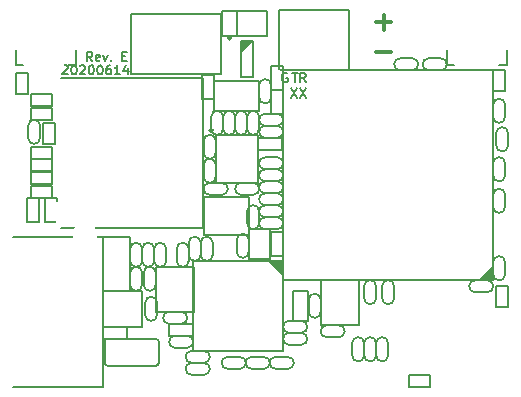
<source format=gbr>
G04 #@! TF.GenerationSoftware,KiCad,Pcbnew,5.1.5+dfsg1-2build2*
G04 #@! TF.CreationDate,2020-11-28T22:40:57+01:00*
G04 #@! TF.ProjectId,FunKey,46756e4b-6579-42e6-9b69-6361645f7063,E*
G04 #@! TF.SameCoordinates,Original*
G04 #@! TF.FileFunction,Legend,Top*
G04 #@! TF.FilePolarity,Positive*
%FSLAX46Y46*%
G04 Gerber Fmt 4.6, Leading zero omitted, Abs format (unit mm)*
G04 Created by KiCad (PCBNEW 5.1.5+dfsg1-2build2) date 2020-11-28 22:40:57*
%MOMM*%
%LPD*%
G04 APERTURE LIST*
%ADD10C,0.162560*%
%ADD11C,0.304800*%
%ADD12C,0.127000*%
%ADD13C,0.254000*%
%ADD14C,1.100000*%
%ADD15R,1.901600X1.301600*%
%ADD16R,1.651600X0.701600*%
%ADD17C,0.711200*%
%ADD18R,0.349100X1.701600*%
%ADD19R,1.701600X0.349100*%
%ADD20R,1.501600X0.801600*%
%ADD21R,0.481600X1.201600*%
%ADD22R,0.331600X0.731600*%
%ADD23R,0.751600X0.801600*%
%ADD24R,0.901600X1.451600*%
%ADD25R,0.951600X2.101600*%
%ADD26R,1.301600X0.756600*%
%ADD27R,1.151600X1.501600*%
%ADD28R,1.151600X1.176600*%
%ADD29R,1.301600X0.826600*%
%ADD30R,1.601600X1.876600*%
%ADD31R,1.601600X1.826600*%
%ADD32R,1.251600X1.156600*%
%ADD33R,1.451600X0.751600*%
%ADD34R,1.451600X0.851600*%
%ADD35R,2.801600X1.101600*%
%ADD36R,1.101600X2.801600*%
%ADD37R,1.101600X0.301600*%
%ADD38R,0.301600X1.101600*%
%ADD39O,2.401600X1.501600*%
%ADD40R,1.251600X0.501600*%
%ADD41R,1.201600X0.701600*%
%ADD42C,1.066800*%
%ADD43R,1.066800X1.066800*%
%ADD44R,1.244600X1.879600*%
%ADD45R,0.701600X0.801600*%
%ADD46R,1.101600X0.801600*%
%ADD47R,1.901600X1.501600*%
%ADD48R,1.371600X1.498600*%
%ADD49R,0.990600X0.736600*%
%ADD50R,0.651600X0.701600*%
%ADD51R,0.701600X0.651600*%
%ADD52R,0.609600X0.609600*%
%ADD53C,1.117600*%
G04 APERTURE END LIST*
D10*
X82899745Y-48482310D02*
X82642359Y-48114615D01*
X82458511Y-48482310D02*
X82458511Y-47710150D01*
X82752667Y-47710150D01*
X82826206Y-47746920D01*
X82862976Y-47783689D01*
X82899745Y-47857228D01*
X82899745Y-47967537D01*
X82862976Y-48041076D01*
X82826206Y-48077845D01*
X82752667Y-48114615D01*
X82458511Y-48114615D01*
X83524827Y-48445540D02*
X83451288Y-48482310D01*
X83304210Y-48482310D01*
X83230671Y-48445540D01*
X83193902Y-48372001D01*
X83193902Y-48077845D01*
X83230671Y-48004306D01*
X83304210Y-47967537D01*
X83451288Y-47967537D01*
X83524827Y-48004306D01*
X83561597Y-48077845D01*
X83561597Y-48151384D01*
X83193902Y-48224923D01*
X83818984Y-47967537D02*
X84002831Y-48482310D01*
X84186679Y-47967537D01*
X84480835Y-48408771D02*
X84517604Y-48445540D01*
X84480835Y-48482310D01*
X84444065Y-48445540D01*
X84480835Y-48408771D01*
X84480835Y-48482310D01*
X80389742Y-48926689D02*
X80426511Y-48889920D01*
X80500050Y-48853150D01*
X80683898Y-48853150D01*
X80757437Y-48889920D01*
X80794206Y-48926689D01*
X80830976Y-49000228D01*
X80830976Y-49073767D01*
X80794206Y-49184076D01*
X80352972Y-49625310D01*
X80830976Y-49625310D01*
X81308980Y-48853150D02*
X81382519Y-48853150D01*
X81456058Y-48889920D01*
X81492827Y-48926689D01*
X81529597Y-49000228D01*
X81566366Y-49147306D01*
X81566366Y-49331154D01*
X81529597Y-49478232D01*
X81492827Y-49551771D01*
X81456058Y-49588540D01*
X81382519Y-49625310D01*
X81308980Y-49625310D01*
X81235441Y-49588540D01*
X81198671Y-49551771D01*
X81161902Y-49478232D01*
X81125132Y-49331154D01*
X81125132Y-49147306D01*
X81161902Y-49000228D01*
X81198671Y-48926689D01*
X81235441Y-48889920D01*
X81308980Y-48853150D01*
X81860523Y-48926689D02*
X81897292Y-48889920D01*
X81970831Y-48853150D01*
X82154679Y-48853150D01*
X82228218Y-48889920D01*
X82264987Y-48926689D01*
X82301757Y-49000228D01*
X82301757Y-49073767D01*
X82264987Y-49184076D01*
X81823753Y-49625310D01*
X82301757Y-49625310D01*
X82779761Y-48853150D02*
X82853300Y-48853150D01*
X82926839Y-48889920D01*
X82963608Y-48926689D01*
X83000378Y-49000228D01*
X83037147Y-49147306D01*
X83037147Y-49331154D01*
X83000378Y-49478232D01*
X82963608Y-49551771D01*
X82926839Y-49588540D01*
X82853300Y-49625310D01*
X82779761Y-49625310D01*
X82706222Y-49588540D01*
X82669452Y-49551771D01*
X82632683Y-49478232D01*
X82595913Y-49331154D01*
X82595913Y-49147306D01*
X82632683Y-49000228D01*
X82669452Y-48926689D01*
X82706222Y-48889920D01*
X82779761Y-48853150D01*
X83515151Y-48853150D02*
X83588690Y-48853150D01*
X83662229Y-48889920D01*
X83698999Y-48926689D01*
X83735768Y-49000228D01*
X83772538Y-49147306D01*
X83772538Y-49331154D01*
X83735768Y-49478232D01*
X83698999Y-49551771D01*
X83662229Y-49588540D01*
X83588690Y-49625310D01*
X83515151Y-49625310D01*
X83441612Y-49588540D01*
X83404843Y-49551771D01*
X83368073Y-49478232D01*
X83331304Y-49331154D01*
X83331304Y-49147306D01*
X83368073Y-49000228D01*
X83404843Y-48926689D01*
X83441612Y-48889920D01*
X83515151Y-48853150D01*
X84434389Y-48853150D02*
X84287311Y-48853150D01*
X84213772Y-48889920D01*
X84177003Y-48926689D01*
X84103464Y-49036998D01*
X84066694Y-49184076D01*
X84066694Y-49478232D01*
X84103464Y-49551771D01*
X84140233Y-49588540D01*
X84213772Y-49625310D01*
X84360850Y-49625310D01*
X84434389Y-49588540D01*
X84471159Y-49551771D01*
X84507928Y-49478232D01*
X84507928Y-49294384D01*
X84471159Y-49220845D01*
X84434389Y-49184076D01*
X84360850Y-49147306D01*
X84213772Y-49147306D01*
X84140233Y-49184076D01*
X84103464Y-49220845D01*
X84066694Y-49294384D01*
X85243319Y-49625310D02*
X84802084Y-49625310D01*
X85022702Y-49625310D02*
X85022702Y-48853150D01*
X84949163Y-48963459D01*
X84875624Y-49036998D01*
X84802084Y-49073767D01*
X85905170Y-49110537D02*
X85905170Y-49625310D01*
X85721323Y-48816380D02*
X85537475Y-49367923D01*
X86015479Y-49367923D01*
X85439511Y-48077845D02*
X85696898Y-48077845D01*
X85807206Y-48482310D02*
X85439511Y-48482310D01*
X85439511Y-47710150D01*
X85807206Y-47710150D01*
X100966257Y-50265390D02*
X100708871Y-49897695D01*
X100525023Y-50265390D02*
X100525023Y-49493230D01*
X100819179Y-49493230D01*
X100892718Y-49530000D01*
X100929488Y-49566769D01*
X100966257Y-49640308D01*
X100966257Y-49750617D01*
X100929488Y-49824156D01*
X100892718Y-49860925D01*
X100819179Y-49897695D01*
X100525023Y-49897695D01*
X100488254Y-50814030D02*
X101003027Y-51586190D01*
X101003027Y-50814030D02*
X100488254Y-51586190D01*
X99836562Y-49493230D02*
X100277796Y-49493230D01*
X100057179Y-50265390D02*
X100057179Y-49493230D01*
X99726254Y-50814030D02*
X100241027Y-51586190D01*
X100241027Y-50814030D02*
X99726254Y-51586190D01*
X99405488Y-49530000D02*
X99331949Y-49493230D01*
X99221640Y-49493230D01*
X99111332Y-49530000D01*
X99037793Y-49603539D01*
X99001023Y-49677078D01*
X98964254Y-49824156D01*
X98964254Y-49934464D01*
X99001023Y-50081542D01*
X99037793Y-50155081D01*
X99111332Y-50228620D01*
X99221640Y-50265390D01*
X99295179Y-50265390D01*
X99405488Y-50228620D01*
X99442257Y-50191851D01*
X99442257Y-49934464D01*
X99295179Y-49934464D01*
D11*
X108204000Y-45212000D02*
X106934000Y-45212000D01*
X108204000Y-47752000D02*
X106934000Y-47752000D01*
X107569000Y-45847000D02*
X107569000Y-44577000D01*
D12*
X98679000Y-44196000D02*
X104648000Y-44196000D01*
X98679000Y-49276000D02*
X98679000Y-44196000D01*
X104648000Y-49276000D02*
X98679000Y-49276000D01*
X104648000Y-44196000D02*
X104648000Y-49276000D01*
G36*
X116840000Y-67056000D02*
G01*
X115570000Y-67056000D01*
X116840000Y-65786000D01*
X116840000Y-67056000D01*
G37*
X116840000Y-67056000D02*
X116840000Y-49276000D01*
X99060000Y-67056000D02*
X116840000Y-67056000D01*
X99060000Y-49276000D02*
X99060000Y-67056000D01*
X116840000Y-49276000D02*
X99060000Y-49276000D01*
X96139000Y-62738000D02*
X97917000Y-62738000D01*
X96139000Y-65278000D02*
X96139000Y-62738000D01*
X97917000Y-65278000D02*
X96139000Y-65278000D01*
X97917000Y-62738000D02*
X97917000Y-65278000D01*
X93802200Y-49631600D02*
X86182200Y-49631600D01*
X93802200Y-44551600D02*
X93802200Y-49631600D01*
X86182200Y-44551600D02*
X93802200Y-44551600D01*
X86182200Y-49631600D02*
X86182200Y-44551600D01*
X112910000Y-48820000D02*
X112910000Y-47550000D01*
X113545000Y-48820000D02*
X112910000Y-48820000D01*
X117990000Y-48820000D02*
X117990000Y-47550000D01*
X117355000Y-48820000D02*
X117990000Y-48820000D01*
X76410000Y-48820000D02*
X76410000Y-47550000D01*
X77045000Y-48820000D02*
X76410000Y-48820000D01*
X81490000Y-48820000D02*
X81490000Y-47550000D01*
X80855000Y-48820000D02*
X81490000Y-48820000D01*
X97028000Y-50165000D02*
X97028000Y-52705000D01*
X93218000Y-50165000D02*
X97028000Y-50165000D01*
X93218000Y-52705000D02*
X93218000Y-50165000D01*
X97028000Y-52705000D02*
X93218000Y-52705000D01*
X92303600Y-62611000D02*
X80238600Y-62611000D01*
X92303600Y-49911000D02*
X92303600Y-62611000D01*
X80238600Y-49911000D02*
X92303600Y-49911000D01*
X102298500Y-67056000D02*
X105473500Y-67056000D01*
X102298500Y-70866000D02*
X102298500Y-67056000D01*
X105473500Y-70866000D02*
X102298500Y-70866000D01*
X105473500Y-67056000D02*
X105473500Y-70866000D01*
X96139000Y-60007500D02*
X96139000Y-63182500D01*
X92329000Y-60007500D02*
X96139000Y-60007500D01*
X92329000Y-63182500D02*
X92329000Y-60007500D01*
X96139000Y-63182500D02*
X92329000Y-63182500D01*
X91503500Y-69723000D02*
X88328500Y-69723000D01*
X91503500Y-65913000D02*
X91503500Y-69723000D01*
X88328500Y-65913000D02*
X91503500Y-65913000D01*
X88328500Y-69723000D02*
X88328500Y-65913000D01*
G36*
X99060000Y-65405000D02*
G01*
X97790000Y-65405000D01*
X99060000Y-66675000D01*
X99060000Y-65405000D01*
G37*
X91440000Y-65405000D02*
X99060000Y-65405000D01*
X91440000Y-73025000D02*
X91440000Y-65405000D01*
X99060000Y-73025000D02*
X91440000Y-73025000D01*
X99060000Y-65405000D02*
X99060000Y-73025000D01*
X83820000Y-63373000D02*
X76200000Y-63373000D01*
X83820000Y-76073000D02*
X83820000Y-63373000D01*
X76200000Y-76073000D02*
X83820000Y-76073000D01*
D13*
X94640400Y-46507400D02*
G75*
G03X94640400Y-46507400I-127000J0D01*
G01*
D12*
G36*
X95529400Y-46761400D02*
G01*
X95529400Y-47904400D01*
X96545400Y-46761400D01*
X95529400Y-46761400D01*
G37*
X96545400Y-46761400D02*
X95529400Y-46761400D01*
X96545400Y-49809400D02*
X96545400Y-46761400D01*
X95529400Y-49809400D02*
X96545400Y-49809400D01*
X95529400Y-46761400D02*
X95529400Y-49809400D01*
X95123000Y-44272200D02*
X95123000Y-46409000D01*
X93853000Y-46409000D02*
X93853000Y-44269000D01*
X95123000Y-46409000D02*
X93853000Y-46409000D01*
X97663000Y-46409000D02*
X95123000Y-46409000D01*
X97663000Y-44272200D02*
X97663000Y-46409000D01*
X95123000Y-44272200D02*
X97663000Y-44272200D01*
X93853000Y-44269000D02*
X95123000Y-44272200D01*
X88265000Y-72009000D02*
X84201000Y-72009000D01*
X88265000Y-72009000D02*
G75*
G02X88519000Y-72263000I0J-254000D01*
G01*
X88519000Y-74041000D02*
X88519000Y-72263000D01*
X88519000Y-74041000D02*
G75*
G02X88265000Y-74295000I-254000J0D01*
G01*
X84201000Y-74295000D02*
X88265000Y-74295000D01*
X84201000Y-74295000D02*
G75*
G02X83947000Y-74041000I0J254000D01*
G01*
X83947000Y-72263000D02*
X83947000Y-74041000D01*
X83947000Y-72263000D02*
G75*
G02X84201000Y-72009000I254000J0D01*
G01*
G36*
X83820000Y-70993000D02*
G01*
X83997800Y-70993000D01*
X83820000Y-70815200D01*
X83820000Y-70993000D01*
G37*
X83820000Y-70993000D02*
X83820000Y-67945000D01*
X87122000Y-70993000D02*
X83820000Y-70993000D01*
X87122000Y-67945000D02*
X87122000Y-70993000D01*
X83820000Y-67945000D02*
X87122000Y-67945000D01*
X83813000Y-67959000D02*
X86113000Y-67959000D01*
X83813000Y-63359000D02*
X83813000Y-67959000D01*
X86113000Y-63359000D02*
X83813000Y-63359000D01*
X86113000Y-67959000D02*
X86113000Y-63359000D01*
D13*
X93091000Y-54356000D02*
G75*
G03X93091000Y-54356000I-127000J0D01*
G01*
D12*
X93345000Y-54737000D02*
X96901000Y-54737000D01*
X93345000Y-58801000D02*
X93345000Y-54737000D01*
X96901000Y-58801000D02*
X93345000Y-58801000D01*
X96901000Y-54737000D02*
X96901000Y-58801000D01*
X101142800Y-70485000D02*
X99872800Y-70485000D01*
X101142800Y-67945000D02*
X101142800Y-70485000D01*
X99872800Y-67945000D02*
X101142800Y-67945000D01*
X99872800Y-70485000D02*
X99872800Y-67945000D01*
X77724000Y-51308000D02*
X77724000Y-52324000D01*
X79502000Y-51308000D02*
X77724000Y-51308000D01*
X79502000Y-52324000D02*
X79502000Y-51308000D01*
X77724000Y-52324000D02*
X79502000Y-52324000D01*
X77724000Y-52451000D02*
X77724000Y-53467000D01*
X79502000Y-52451000D02*
X77724000Y-52451000D01*
X79502000Y-53467000D02*
X79502000Y-52451000D01*
X77724000Y-53467000D02*
X79502000Y-53467000D01*
X79756000Y-53721000D02*
X78740000Y-53721000D01*
X79756000Y-55499000D02*
X79756000Y-53721000D01*
X78740000Y-55499000D02*
X79756000Y-55499000D01*
X78740000Y-53721000D02*
X78740000Y-55499000D01*
X77724000Y-55753000D02*
X77724000Y-56769000D01*
X79502000Y-55753000D02*
X77724000Y-55753000D01*
X79502000Y-56769000D02*
X79502000Y-55753000D01*
X77724000Y-56769000D02*
X79502000Y-56769000D01*
X77724000Y-56769000D02*
X77724000Y-57785000D01*
X79502000Y-56769000D02*
X77724000Y-56769000D01*
X79502000Y-57785000D02*
X79502000Y-56769000D01*
X77724000Y-57785000D02*
X79502000Y-57785000D01*
X77724000Y-57912000D02*
X77724000Y-58928000D01*
X79502000Y-57912000D02*
X77724000Y-57912000D01*
X79502000Y-58928000D02*
X79502000Y-57912000D01*
X77724000Y-58928000D02*
X79502000Y-58928000D01*
X77724000Y-59055000D02*
X77724000Y-60071000D01*
X79502000Y-59055000D02*
X77724000Y-59055000D01*
X79502000Y-60071000D02*
X79502000Y-59055000D01*
X77724000Y-60071000D02*
X79502000Y-60071000D01*
X109728000Y-75057000D02*
X109728000Y-76073000D01*
X111506000Y-75057000D02*
X109728000Y-75057000D01*
X111506000Y-76073000D02*
X111506000Y-75057000D01*
X109728000Y-76073000D02*
X111506000Y-76073000D01*
X118110000Y-67564000D02*
X117094000Y-67564000D01*
X118110000Y-69342000D02*
X118110000Y-67564000D01*
X117094000Y-69342000D02*
X118110000Y-69342000D01*
X117094000Y-67564000D02*
X117094000Y-69342000D01*
X116840000Y-51054000D02*
X117856000Y-51054000D01*
X116840000Y-49276000D02*
X116840000Y-51054000D01*
X117856000Y-49276000D02*
X116840000Y-49276000D01*
X117856000Y-51054000D02*
X117856000Y-49276000D01*
X77470000Y-49530000D02*
X76454000Y-49530000D01*
X77470000Y-51308000D02*
X77470000Y-49530000D01*
X76454000Y-51308000D02*
X77470000Y-51308000D01*
X76454000Y-49530000D02*
X76454000Y-51308000D01*
X99448998Y-73533000D02*
G75*
G02X99449000Y-74549000I1J-508000D01*
G01*
X98417000Y-74549000D02*
X99449000Y-74549000D01*
X98417002Y-74549000D02*
G75*
G02X98417000Y-73533000I-1J508000D01*
G01*
X99449000Y-73533000D02*
X98417000Y-73533000D01*
X97416998Y-73533000D02*
G75*
G02X97417000Y-74549000I1J-508000D01*
G01*
X96385000Y-74549000D02*
X97417000Y-74549000D01*
X96385002Y-74549000D02*
G75*
G02X96385000Y-73533000I-1J508000D01*
G01*
X97417000Y-73533000D02*
X96385000Y-73533000D01*
X94353002Y-74549000D02*
G75*
G02X94353000Y-73533000I-1J508000D01*
G01*
X95385000Y-73533000D02*
X94353000Y-73533000D01*
X95384998Y-73533000D02*
G75*
G02X95385000Y-74549000I1J-508000D01*
G01*
X94353000Y-74549000D02*
X95385000Y-74549000D01*
X91305002Y-74041000D02*
G75*
G02X91305000Y-73025000I-1J508000D01*
G01*
X92337000Y-73025000D02*
X91305000Y-73025000D01*
X92336998Y-73025000D02*
G75*
G02X92337000Y-74041000I1J-508000D01*
G01*
X91305000Y-74041000D02*
X92337000Y-74041000D01*
X90939998Y-71755000D02*
G75*
G02X90940000Y-72771000I1J-508000D01*
G01*
X89908000Y-72771000D02*
X90940000Y-72771000D01*
X89908002Y-72771000D02*
G75*
G02X89908000Y-71755000I-1J508000D01*
G01*
X90940000Y-71755000D02*
X89908000Y-71755000D01*
X90431998Y-69723000D02*
G75*
G02X90432000Y-70739000I1J-508000D01*
G01*
X89400000Y-70739000D02*
X90432000Y-70739000D01*
X89400002Y-70739000D02*
G75*
G02X89400000Y-69723000I-1J508000D01*
G01*
X90432000Y-69723000D02*
X89400000Y-69723000D01*
X92075000Y-64904998D02*
G75*
G02X91059000Y-64905000I-508000J-1D01*
G01*
X91059000Y-63873000D02*
X91059000Y-64905000D01*
X91059000Y-63873002D02*
G75*
G02X92075000Y-63873000I508000J1D01*
G01*
X92075000Y-64905000D02*
X92075000Y-63873000D01*
X100591998Y-70485000D02*
G75*
G02X100592000Y-71501000I1J-508000D01*
G01*
X99560000Y-71501000D02*
X100592000Y-71501000D01*
X99560002Y-71501000D02*
G75*
G02X99560000Y-70485000I-1J508000D01*
G01*
X100592000Y-70485000D02*
X99560000Y-70485000D01*
X93091000Y-64904998D02*
G75*
G02X92075000Y-64905000I-508000J-1D01*
G01*
X92075000Y-63873000D02*
X92075000Y-64905000D01*
X92075000Y-63873002D02*
G75*
G02X93091000Y-63873000I508000J1D01*
G01*
X93091000Y-64905000D02*
X93091000Y-63873000D01*
X91305002Y-75057000D02*
G75*
G02X91305000Y-74041000I-1J508000D01*
G01*
X92337000Y-74041000D02*
X91305000Y-74041000D01*
X92336998Y-74041000D02*
G75*
G02X92337000Y-75057000I1J-508000D01*
G01*
X91305000Y-75057000D02*
X92337000Y-75057000D01*
X89154000Y-65412998D02*
G75*
G02X88138000Y-65413000I-508000J-1D01*
G01*
X88138000Y-64381000D02*
X88138000Y-65413000D01*
X88138000Y-64381002D02*
G75*
G02X89154000Y-64381000I508000J1D01*
G01*
X89154000Y-65413000D02*
X89154000Y-64381000D01*
X87249000Y-66413002D02*
G75*
G02X88265000Y-66413000I508000J1D01*
G01*
X88265000Y-67445000D02*
X88265000Y-66413000D01*
X88265000Y-67444998D02*
G75*
G02X87249000Y-67445000I-508000J-1D01*
G01*
X87249000Y-66413000D02*
X87249000Y-67445000D01*
X91059000Y-65412998D02*
G75*
G02X90043000Y-65413000I-508000J-1D01*
G01*
X90043000Y-64381000D02*
X90043000Y-65413000D01*
X90043000Y-64381002D02*
G75*
G02X91059000Y-64381000I508000J1D01*
G01*
X91059000Y-65413000D02*
X91059000Y-64381000D01*
X87376000Y-68953002D02*
G75*
G02X88392000Y-68953000I508000J1D01*
G01*
X88392000Y-69985000D02*
X88392000Y-68953000D01*
X88392000Y-69984998D02*
G75*
G02X87376000Y-69985000I-508000J-1D01*
G01*
X87376000Y-68953000D02*
X87376000Y-69985000D01*
X92829002Y-59817000D02*
G75*
G02X92829000Y-58801000I-1J508000D01*
G01*
X93861000Y-58801000D02*
X92829000Y-58801000D01*
X93860998Y-58801000D02*
G75*
G02X93861000Y-59817000I1J-508000D01*
G01*
X92829000Y-59817000D02*
X93861000Y-59817000D01*
X93345000Y-58300998D02*
G75*
G02X92329000Y-58301000I-508000J-1D01*
G01*
X92329000Y-57269000D02*
X92329000Y-58301000D01*
X92329000Y-57269002D02*
G75*
G02X93345000Y-57269000I508000J1D01*
G01*
X93345000Y-58301000D02*
X93345000Y-57269000D01*
X103766998Y-70866000D02*
G75*
G02X103767000Y-71882000I1J-508000D01*
G01*
X102735000Y-71882000D02*
X103767000Y-71882000D01*
X102735002Y-71882000D02*
G75*
G02X102735000Y-70866000I-1J508000D01*
G01*
X103767000Y-70866000D02*
X102735000Y-70866000D01*
X100591998Y-71501000D02*
G75*
G02X100592000Y-72517000I1J-508000D01*
G01*
X99560000Y-72517000D02*
X100592000Y-72517000D01*
X99560002Y-72517000D02*
G75*
G02X99560000Y-71501000I-1J508000D01*
G01*
X100592000Y-71501000D02*
X99560000Y-71501000D01*
X102235000Y-69730998D02*
G75*
G02X101219000Y-69731000I-508000J-1D01*
G01*
X101219000Y-68699000D02*
X101219000Y-69731000D01*
X101219000Y-68699002D02*
G75*
G02X102235000Y-68699000I508000J1D01*
G01*
X102235000Y-69731000D02*
X102235000Y-68699000D01*
X92964000Y-53205002D02*
G75*
G02X93980000Y-53205000I508000J1D01*
G01*
X93980000Y-54237000D02*
X93980000Y-53205000D01*
X93980000Y-54236998D02*
G75*
G02X92964000Y-54237000I-508000J-1D01*
G01*
X92964000Y-53205000D02*
X92964000Y-54237000D01*
X97028000Y-50538002D02*
G75*
G02X98044000Y-50538000I508000J1D01*
G01*
X98044000Y-51570000D02*
X98044000Y-50538000D01*
X98044000Y-51569998D02*
G75*
G02X97028000Y-51570000I-508000J-1D01*
G01*
X97028000Y-50538000D02*
X97028000Y-51570000D01*
X93980000Y-53205002D02*
G75*
G02X94996000Y-53205000I508000J1D01*
G01*
X94996000Y-54237000D02*
X94996000Y-53205000D01*
X94996000Y-54236998D02*
G75*
G02X93980000Y-54237000I-508000J-1D01*
G01*
X93980000Y-53205000D02*
X93980000Y-54237000D01*
X98559998Y-58674000D02*
G75*
G02X98560000Y-59690000I1J-508000D01*
G01*
X97528000Y-59690000D02*
X98560000Y-59690000D01*
X97528002Y-59690000D02*
G75*
G02X97528000Y-58674000I-1J508000D01*
G01*
X98560000Y-58674000D02*
X97528000Y-58674000D01*
X105918000Y-67556002D02*
G75*
G02X106934000Y-67556000I508000J1D01*
G01*
X106934000Y-68588000D02*
X106934000Y-67556000D01*
X106934000Y-68587998D02*
G75*
G02X105918000Y-68588000I-508000J-1D01*
G01*
X105918000Y-67556000D02*
X105918000Y-68588000D01*
X98559998Y-59690000D02*
G75*
G02X98560000Y-60706000I1J-508000D01*
G01*
X97528000Y-60706000D02*
X98560000Y-60706000D01*
X97528002Y-60706000D02*
G75*
G02X97528000Y-59690000I-1J508000D01*
G01*
X98560000Y-59690000D02*
X97528000Y-59690000D01*
X98559998Y-56642000D02*
G75*
G02X98560000Y-57658000I1J-508000D01*
G01*
X97528000Y-57658000D02*
X98560000Y-57658000D01*
X97528002Y-57658000D02*
G75*
G02X97528000Y-56642000I-1J508000D01*
G01*
X98560000Y-56642000D02*
X97528000Y-56642000D01*
X98559998Y-53975000D02*
G75*
G02X98560000Y-54991000I1J-508000D01*
G01*
X97528000Y-54991000D02*
X98560000Y-54991000D01*
X97528002Y-54991000D02*
G75*
G02X97528000Y-53975000I-1J508000D01*
G01*
X98560000Y-53975000D02*
X97528000Y-53975000D01*
X98559998Y-52959000D02*
G75*
G02X98560000Y-53975000I1J-508000D01*
G01*
X97528000Y-53975000D02*
X98560000Y-53975000D01*
X97528002Y-53975000D02*
G75*
G02X97528000Y-52959000I-1J508000D01*
G01*
X98560000Y-52959000D02*
X97528000Y-52959000D01*
X109989998Y-48260000D02*
G75*
G02X109990000Y-49276000I1J-508000D01*
G01*
X108958000Y-49276000D02*
X109990000Y-49276000D01*
X108958002Y-49276000D02*
G75*
G02X108958000Y-48260000I-1J508000D01*
G01*
X109990000Y-48260000D02*
X108958000Y-48260000D01*
X111371002Y-49276000D02*
G75*
G02X111371000Y-48260000I-1J508000D01*
G01*
X112403000Y-48260000D02*
X111371000Y-48260000D01*
X112402998Y-48260000D02*
G75*
G02X112403000Y-49276000I1J-508000D01*
G01*
X111371000Y-49276000D02*
X112403000Y-49276000D01*
X117094000Y-54602002D02*
G75*
G02X118110000Y-54602000I508000J1D01*
G01*
X118110000Y-55634000D02*
X118110000Y-54602000D01*
X118110000Y-55633998D02*
G75*
G02X117094000Y-55634000I-508000J-1D01*
G01*
X117094000Y-54602000D02*
X117094000Y-55634000D01*
X116339998Y-67056000D02*
G75*
G02X116340000Y-68072000I1J-508000D01*
G01*
X115308000Y-68072000D02*
X116340000Y-68072000D01*
X115308002Y-68072000D02*
G75*
G02X115308000Y-67056000I-1J508000D01*
G01*
X116340000Y-67056000D02*
X115308000Y-67056000D01*
X117856000Y-66555998D02*
G75*
G02X116840000Y-66556000I-508000J-1D01*
G01*
X116840000Y-65524000D02*
X116840000Y-66556000D01*
X116840000Y-65524002D02*
G75*
G02X117856000Y-65524000I508000J1D01*
G01*
X117856000Y-66556000D02*
X117856000Y-65524000D01*
X117856000Y-58173998D02*
G75*
G02X116840000Y-58174000I-508000J-1D01*
G01*
X116840000Y-57142000D02*
X116840000Y-58174000D01*
X116840000Y-57142002D02*
G75*
G02X117856000Y-57142000I508000J1D01*
G01*
X117856000Y-58174000D02*
X117856000Y-57142000D01*
X97028000Y-54236998D02*
G75*
G02X96012000Y-54237000I-508000J-1D01*
G01*
X96012000Y-53205000D02*
X96012000Y-54237000D01*
X96012000Y-53205002D02*
G75*
G02X97028000Y-53205000I508000J1D01*
G01*
X97028000Y-54237000D02*
X97028000Y-53205000D01*
X96012000Y-54236998D02*
G75*
G02X94996000Y-54237000I-508000J-1D01*
G01*
X94996000Y-53205000D02*
X94996000Y-54237000D01*
X94996000Y-53205002D02*
G75*
G02X96012000Y-53205000I508000J1D01*
G01*
X96012000Y-54237000D02*
X96012000Y-53205000D01*
X97528002Y-58674000D02*
G75*
G02X97528000Y-57658000I-1J508000D01*
G01*
X98560000Y-57658000D02*
X97528000Y-57658000D01*
X98559998Y-57658000D02*
G75*
G02X98560000Y-58674000I1J-508000D01*
G01*
X97528000Y-58674000D02*
X98560000Y-58674000D01*
X108458000Y-68587998D02*
G75*
G02X107442000Y-68588000I-508000J-1D01*
G01*
X107442000Y-67556000D02*
X107442000Y-68588000D01*
X107442000Y-67556002D02*
G75*
G02X108458000Y-67556000I508000J1D01*
G01*
X108458000Y-68588000D02*
X108458000Y-67556000D01*
X87122000Y-64381002D02*
G75*
G02X88138000Y-64381000I508000J1D01*
G01*
X88138000Y-65413000D02*
X88138000Y-64381000D01*
X88138000Y-65412998D02*
G75*
G02X87122000Y-65413000I-508000J-1D01*
G01*
X87122000Y-64381000D02*
X87122000Y-65413000D01*
X86106000Y-64381002D02*
G75*
G02X87122000Y-64381000I508000J1D01*
G01*
X87122000Y-65413000D02*
X87122000Y-64381000D01*
X87122000Y-65412998D02*
G75*
G02X86106000Y-65413000I-508000J-1D01*
G01*
X86106000Y-64381000D02*
X86106000Y-65413000D01*
X86106000Y-66413002D02*
G75*
G02X87122000Y-66413000I508000J1D01*
G01*
X87122000Y-67445000D02*
X87122000Y-66413000D01*
X87122000Y-67444998D02*
G75*
G02X86106000Y-67445000I-508000J-1D01*
G01*
X86106000Y-66413000D02*
X86106000Y-67445000D01*
X104902000Y-72382002D02*
G75*
G02X105918000Y-72382000I508000J1D01*
G01*
X105918000Y-73414000D02*
X105918000Y-72382000D01*
X105918000Y-73413998D02*
G75*
G02X104902000Y-73414000I-508000J-1D01*
G01*
X104902000Y-72382000D02*
X104902000Y-73414000D01*
X96527998Y-58801000D02*
G75*
G02X96528000Y-59817000I1J-508000D01*
G01*
X95496000Y-59817000D02*
X96528000Y-59817000D01*
X95496002Y-59817000D02*
G75*
G02X95496000Y-58801000I-1J508000D01*
G01*
X96528000Y-58801000D02*
X95496000Y-58801000D01*
X92329000Y-55237002D02*
G75*
G02X93345000Y-55237000I508000J1D01*
G01*
X93345000Y-56269000D02*
X93345000Y-55237000D01*
X93345000Y-56268998D02*
G75*
G02X92329000Y-56269000I-508000J-1D01*
G01*
X92329000Y-55237000D02*
X92329000Y-56269000D01*
X96139000Y-64650998D02*
G75*
G02X95123000Y-64651000I-508000J-1D01*
G01*
X95123000Y-63619000D02*
X95123000Y-64651000D01*
X95123000Y-63619002D02*
G75*
G02X96139000Y-63619000I508000J1D01*
G01*
X96139000Y-64651000D02*
X96139000Y-63619000D01*
X97028000Y-62237998D02*
G75*
G02X96012000Y-62238000I-508000J-1D01*
G01*
X96012000Y-61206000D02*
X96012000Y-62238000D01*
X96012000Y-61206002D02*
G75*
G02X97028000Y-61206000I508000J1D01*
G01*
X97028000Y-62238000D02*
X97028000Y-61206000D01*
X78486000Y-54998998D02*
G75*
G02X77470000Y-54999000I-508000J-1D01*
G01*
X77470000Y-53967000D02*
X77470000Y-54999000D01*
X77470000Y-53967002D02*
G75*
G02X78486000Y-53967000I508000J1D01*
G01*
X78486000Y-54999000D02*
X78486000Y-53967000D01*
X116840000Y-59809002D02*
G75*
G02X117856000Y-59809000I508000J1D01*
G01*
X117856000Y-60841000D02*
X117856000Y-59809000D01*
X117856000Y-60840998D02*
G75*
G02X116840000Y-60841000I-508000J-1D01*
G01*
X116840000Y-59809000D02*
X116840000Y-60841000D01*
X117856000Y-53220998D02*
G75*
G02X116840000Y-53221000I-508000J-1D01*
G01*
X116840000Y-52189000D02*
X116840000Y-53221000D01*
X116840000Y-52189002D02*
G75*
G02X117856000Y-52189000I508000J1D01*
G01*
X117856000Y-53221000D02*
X117856000Y-52189000D01*
X98559998Y-61722000D02*
G75*
G02X98560000Y-62738000I1J-508000D01*
G01*
X97528000Y-62738000D02*
X98560000Y-62738000D01*
X97528002Y-62738000D02*
G75*
G02X97528000Y-61722000I-1J508000D01*
G01*
X98560000Y-61722000D02*
X97528000Y-61722000D01*
X98559998Y-60706000D02*
G75*
G02X98560000Y-61722000I1J-508000D01*
G01*
X97528000Y-61722000D02*
X98560000Y-61722000D01*
X97528002Y-61722000D02*
G75*
G02X97528000Y-60706000I-1J508000D01*
G01*
X98560000Y-60706000D02*
X97528000Y-60706000D01*
X106934000Y-73413998D02*
G75*
G02X105918000Y-73414000I-508000J-1D01*
G01*
X105918000Y-72382000D02*
X105918000Y-73414000D01*
X105918000Y-72382002D02*
G75*
G02X106934000Y-72382000I508000J1D01*
G01*
X106934000Y-73414000D02*
X106934000Y-72382000D01*
X107950000Y-73413998D02*
G75*
G02X106934000Y-73414000I-508000J-1D01*
G01*
X106934000Y-72382000D02*
X106934000Y-73414000D01*
X106934000Y-72382002D02*
G75*
G02X107950000Y-72382000I508000J1D01*
G01*
X107950000Y-73414000D02*
X107950000Y-72382000D01*
X91440000Y-71755000D02*
X91440000Y-70739000D01*
X89408000Y-71755000D02*
X91440000Y-71755000D01*
X89408000Y-70739000D02*
X89408000Y-71755000D01*
X91440000Y-70739000D02*
X89408000Y-70739000D01*
X99060000Y-50927000D02*
X98044000Y-50927000D01*
X99060000Y-52959000D02*
X99060000Y-50927000D01*
X98044000Y-52959000D02*
X99060000Y-52959000D01*
X98044000Y-50927000D02*
X98044000Y-52959000D01*
X98044000Y-50927000D02*
X99060000Y-50927000D01*
X98044000Y-48895000D02*
X98044000Y-50927000D01*
X99060000Y-48895000D02*
X98044000Y-48895000D01*
X99060000Y-50927000D02*
X99060000Y-48895000D01*
X92202000Y-51689000D02*
X93218000Y-51689000D01*
X92202000Y-49657000D02*
X92202000Y-51689000D01*
X93218000Y-49657000D02*
X92202000Y-49657000D01*
X93218000Y-51689000D02*
X93218000Y-49657000D01*
X98933000Y-56007000D02*
X98933000Y-54991000D01*
X96901000Y-56007000D02*
X98933000Y-56007000D01*
X96901000Y-54991000D02*
X96901000Y-56007000D01*
X98933000Y-54991000D02*
X96901000Y-54991000D01*
X79883000Y-60071000D02*
X78867000Y-60071000D01*
X79883000Y-62103000D02*
X79883000Y-60071000D01*
X78867000Y-62103000D02*
X79883000Y-62103000D01*
X78867000Y-60071000D02*
X78867000Y-62103000D01*
X85852000Y-72009000D02*
X85852000Y-70993000D01*
X83820000Y-72009000D02*
X85852000Y-72009000D01*
X83820000Y-70993000D02*
X83820000Y-72009000D01*
X85852000Y-70993000D02*
X83820000Y-70993000D01*
X98044000Y-65024000D02*
X99060000Y-65024000D01*
X98044000Y-62992000D02*
X98044000Y-65024000D01*
X99060000Y-62992000D02*
X98044000Y-62992000D01*
X99060000Y-65024000D02*
X99060000Y-62992000D01*
X78359000Y-60071000D02*
X77343000Y-60071000D01*
X78359000Y-62103000D02*
X78359000Y-60071000D01*
X77343000Y-62103000D02*
X78359000Y-62103000D01*
X77343000Y-60071000D02*
X77343000Y-62103000D01*
%LPC*%
G36*
X109950000Y-56166000D02*
G01*
X105950000Y-56166000D01*
X105950000Y-60166000D01*
X109950000Y-60166000D01*
X109950000Y-56166000D01*
G37*
G36*
X93150000Y-67115000D02*
G01*
X93150000Y-71315000D01*
X97350000Y-71315000D01*
X97350000Y-67115000D01*
X93150000Y-67115000D01*
G37*
G36*
X80800000Y-64173000D02*
G01*
X81700000Y-64173000D01*
X81881173Y-64196852D01*
X82050000Y-64266782D01*
X82194975Y-64378025D01*
X82306218Y-64523000D01*
X82400000Y-64873000D01*
X82376148Y-65054173D01*
X82306218Y-65223000D01*
X82194975Y-65367975D01*
X82050000Y-65479218D01*
X81881173Y-65549148D01*
X81700000Y-65573000D01*
X80800000Y-65573000D01*
X80618827Y-65549148D01*
X80450000Y-65479218D01*
X80305025Y-65367975D01*
X80193782Y-65223000D01*
X80123852Y-65054173D01*
X80100000Y-64873000D01*
X80123852Y-64691827D01*
X80193782Y-64523000D01*
X80305025Y-64378025D01*
X80450000Y-64266782D01*
X80800000Y-64173000D01*
G37*
G36*
X80800000Y-73873000D02*
G01*
X81700000Y-73873000D01*
X81881173Y-73896852D01*
X82050000Y-73966782D01*
X82194975Y-74078025D01*
X82306218Y-74223000D01*
X82400000Y-74573000D01*
X82376148Y-74754173D01*
X82306218Y-74923000D01*
X82194975Y-75067975D01*
X82050000Y-75179218D01*
X81881173Y-75249148D01*
X81700000Y-75273000D01*
X80800000Y-75273000D01*
X80618827Y-75249148D01*
X80450000Y-75179218D01*
X80305025Y-75067975D01*
X80193782Y-74923000D01*
X80123852Y-74754173D01*
X80100000Y-74573000D01*
X80123852Y-74391827D01*
X80193782Y-74223000D01*
X80305025Y-74078025D01*
X80450000Y-73966782D01*
X80800000Y-73873000D01*
G37*
G36*
X77500000Y-64173000D02*
G01*
X78400000Y-64173000D01*
X78399999Y-64173000D01*
X78581172Y-64196852D01*
X78749999Y-64266782D01*
X78894974Y-64378025D01*
X79006217Y-64523000D01*
X79100000Y-64873000D01*
X79100000Y-64872999D01*
X79076148Y-65054173D01*
X79006218Y-65223000D01*
X78894975Y-65367975D01*
X78750000Y-65479218D01*
X78581174Y-65549149D01*
X78400000Y-65573000D01*
X77500000Y-65573000D01*
X77318827Y-65549148D01*
X77150000Y-65479218D01*
X77005025Y-65367975D01*
X76893782Y-65223000D01*
X76823852Y-65054173D01*
X76800000Y-64873000D01*
X76823852Y-64691827D01*
X76893782Y-64523000D01*
X77005025Y-64378025D01*
X77150000Y-64266782D01*
X77500000Y-64173000D01*
G37*
G36*
X77500000Y-73873000D02*
G01*
X78400000Y-73873000D01*
X78399999Y-73873000D01*
X78581172Y-73896852D01*
X78749999Y-73966782D01*
X78894974Y-74078025D01*
X79006217Y-74223000D01*
X79100000Y-74573000D01*
X79100000Y-74572999D01*
X79076148Y-74754173D01*
X79006218Y-74923000D01*
X78894975Y-75067975D01*
X78750000Y-75179218D01*
X78581174Y-75249149D01*
X78400000Y-75273000D01*
X77500000Y-75273000D01*
X77318827Y-75249148D01*
X77150000Y-75179218D01*
X77005025Y-75067975D01*
X76893782Y-74923000D01*
X76823852Y-74754173D01*
X76800000Y-74573000D01*
X76823852Y-74391827D01*
X76893782Y-74223000D01*
X77005025Y-74078025D01*
X77150000Y-73966782D01*
X77500000Y-73873000D01*
G37*
D14*
X116196200Y-50393600D02*
G75*
G03X116196200Y-50393600I-550000J0D01*
G01*
X82846000Y-63119000D02*
G75*
G03X82846000Y-63119000I-550000J0D01*
G01*
D15*
X103533000Y-48536000D03*
X103533000Y-44936000D03*
D16*
X99658000Y-47236000D03*
X99658000Y-46236000D03*
D17*
X106950000Y-57166000D03*
X107950000Y-57166000D03*
X108950000Y-57166000D03*
X106950000Y-58166000D03*
X107950000Y-58166000D03*
X108950000Y-58166000D03*
X106950000Y-59166000D03*
X107950000Y-59166000D03*
X108950000Y-59166000D03*
D18*
X114150000Y-65966000D03*
X113750000Y-65966000D03*
X113350000Y-65966000D03*
X112950000Y-65966000D03*
X112550000Y-65966000D03*
X112150000Y-65966000D03*
X111750000Y-65966000D03*
X111350000Y-65966000D03*
X110950000Y-65966000D03*
X110550000Y-65966000D03*
X110150000Y-65966000D03*
X109750000Y-65966000D03*
X109350000Y-65966000D03*
X108950000Y-65966000D03*
X108550000Y-65966000D03*
X108150000Y-65966000D03*
X107750000Y-65966000D03*
X107350000Y-65966000D03*
X106950000Y-65966000D03*
X106550000Y-65966000D03*
X106150000Y-65966000D03*
X105750000Y-65966000D03*
X105350000Y-65966000D03*
X104950000Y-65966000D03*
X104550000Y-65966000D03*
X104150000Y-65966000D03*
X103750000Y-65966000D03*
X103350000Y-65966000D03*
X102950000Y-65966000D03*
X102550000Y-65966000D03*
X102150000Y-65966000D03*
X101750000Y-65966000D03*
D19*
X100150000Y-64366000D03*
X100150000Y-63966000D03*
X100150000Y-63566000D03*
X100150000Y-63166000D03*
X100150000Y-62766000D03*
X100150000Y-62366000D03*
X100150000Y-61966000D03*
X100150000Y-61566000D03*
X100150000Y-61166000D03*
X100150000Y-60766000D03*
X100150000Y-60366000D03*
X100150000Y-59966000D03*
X100150000Y-59566000D03*
X100150000Y-59166000D03*
X100150000Y-58766000D03*
X100150000Y-58366000D03*
X100150000Y-57966000D03*
X100150000Y-57566000D03*
X100150000Y-57166000D03*
X100150000Y-56766000D03*
X100150000Y-56366000D03*
X100150000Y-55966000D03*
X100150000Y-55566000D03*
X100150000Y-55166000D03*
X100150000Y-54766000D03*
X100150000Y-54366000D03*
X100150000Y-53966000D03*
X100150000Y-53566000D03*
X100150000Y-53166000D03*
X100150000Y-52766000D03*
X100150000Y-52366000D03*
X100150000Y-51966000D03*
D18*
X101750000Y-50366000D03*
X102150000Y-50366000D03*
X102550000Y-50366000D03*
X102950000Y-50366000D03*
X103350000Y-50366000D03*
X103750000Y-50366000D03*
X104150000Y-50366000D03*
X104550000Y-50366000D03*
X104950000Y-50366000D03*
X105350000Y-50366000D03*
X105750000Y-50366000D03*
X106150000Y-50366000D03*
X106550000Y-50366000D03*
X106950000Y-50366000D03*
X107350000Y-50366000D03*
X107750000Y-50366000D03*
X108150000Y-50366000D03*
X108550000Y-50366000D03*
X108950000Y-50366000D03*
X109350000Y-50366000D03*
X109750000Y-50366000D03*
X110150000Y-50366000D03*
X110550000Y-50366000D03*
X110950000Y-50366000D03*
X111350000Y-50366000D03*
X111750000Y-50366000D03*
X112150000Y-50366000D03*
X112550000Y-50366000D03*
X112950000Y-50366000D03*
X113350000Y-50366000D03*
X113750000Y-50366000D03*
X114150000Y-50366000D03*
D19*
X115750000Y-51966000D03*
X115750000Y-52366000D03*
X115750000Y-52766000D03*
X115750000Y-53166000D03*
X115750000Y-53566000D03*
X115750000Y-53966000D03*
X115750000Y-54366000D03*
X115750000Y-54766000D03*
X115750000Y-55166000D03*
X115750000Y-55566000D03*
X115750000Y-55966000D03*
X115750000Y-56366000D03*
X115750000Y-56766000D03*
X115750000Y-57166000D03*
X115750000Y-57566000D03*
X115750000Y-57966000D03*
X115750000Y-58366000D03*
X115750000Y-58766000D03*
X115750000Y-59166000D03*
X115750000Y-59566000D03*
X115750000Y-59966000D03*
X115750000Y-60366000D03*
X115750000Y-60766000D03*
X115750000Y-61166000D03*
X115750000Y-61566000D03*
X115750000Y-61966000D03*
X115750000Y-62366000D03*
X115750000Y-62766000D03*
X115750000Y-63166000D03*
X115750000Y-63566000D03*
X115750000Y-63966000D03*
X115750000Y-64366000D03*
D20*
X97028000Y-64758000D03*
X97028000Y-63258000D03*
D21*
X86552200Y-47091600D03*
X93432200Y-47091600D03*
D22*
X92192200Y-45771600D03*
X91792200Y-45771600D03*
X91392200Y-45771600D03*
X90992200Y-45771600D03*
X90592200Y-45771600D03*
X90192200Y-45771600D03*
X89792200Y-45771600D03*
X89392200Y-45771600D03*
X88992200Y-45771600D03*
X88592200Y-45771600D03*
X88192200Y-45771600D03*
X87792200Y-45771600D03*
X92192200Y-48411600D03*
X91792200Y-48411600D03*
X91392200Y-48411600D03*
X90992200Y-48411600D03*
X90592200Y-48411600D03*
X90192200Y-48411600D03*
X89792200Y-48411600D03*
X89392200Y-48411600D03*
X88992200Y-48411600D03*
X88592200Y-48411600D03*
X88192200Y-48411600D03*
X87792200Y-48411600D03*
D23*
X112975000Y-46850000D03*
X117925000Y-46850000D03*
D24*
X114300000Y-48525000D03*
X116600000Y-48525000D03*
X115450000Y-48525000D03*
D23*
X76475000Y-46850000D03*
X81425000Y-46850000D03*
D24*
X77800000Y-48525000D03*
X80100000Y-48525000D03*
X78950000Y-48525000D03*
D25*
X94298000Y-51435000D03*
X95948000Y-51435000D03*
D26*
X86828600Y-50613500D03*
D27*
X91053600Y-52461000D03*
X91053600Y-59261000D03*
D28*
X91053600Y-50823500D03*
X91053600Y-61698500D03*
D29*
X86128600Y-61873500D03*
D30*
X80578600Y-61348500D03*
D31*
X80578600Y-50918500D03*
D32*
X88603600Y-61708500D03*
D33*
X82553600Y-60461000D03*
D34*
X82553600Y-51761000D03*
X82553600Y-52861000D03*
X82553600Y-53961000D03*
X82553600Y-55061000D03*
X82553600Y-56161000D03*
X82553600Y-57261000D03*
X82553600Y-58361000D03*
X82553600Y-59461000D03*
D35*
X103886000Y-70161000D03*
X103886000Y-67761000D03*
D36*
X93034000Y-61595000D03*
X95434000Y-61595000D03*
D35*
X89916000Y-66618000D03*
X89916000Y-69018000D03*
D17*
X94050000Y-70415000D03*
X94050000Y-69215000D03*
X94050000Y-68015000D03*
X95250000Y-70415000D03*
X95250000Y-69215000D03*
X95250000Y-68015000D03*
X96450000Y-70415000D03*
X96450000Y-69215000D03*
X96450000Y-68015000D03*
D37*
X98250000Y-67015000D03*
X98250000Y-67415000D03*
X98250000Y-67815000D03*
X98250000Y-68215000D03*
X98250000Y-68615000D03*
X98250000Y-69015000D03*
X98250000Y-69415000D03*
X98250000Y-69815000D03*
X98250000Y-70215000D03*
X98250000Y-70615000D03*
X98250000Y-71015000D03*
X98250000Y-71415000D03*
D38*
X97450000Y-72215000D03*
X97050000Y-72215000D03*
X96650000Y-72215000D03*
X96250000Y-72215000D03*
X95850000Y-72215000D03*
X95450000Y-72215000D03*
X95050000Y-72215000D03*
X94650000Y-72215000D03*
X94250000Y-72215000D03*
X93850000Y-72215000D03*
X93450000Y-72215000D03*
X93050000Y-72215000D03*
D37*
X92250000Y-71415000D03*
X92250000Y-71015000D03*
X92250000Y-70615000D03*
X92250000Y-70215000D03*
X92250000Y-69815000D03*
X92250000Y-69415000D03*
X92250000Y-69015000D03*
X92250000Y-68615000D03*
X92250000Y-68215000D03*
X92250000Y-67815000D03*
X92250000Y-67415000D03*
X92250000Y-67015000D03*
D38*
X93050000Y-66215000D03*
X93450000Y-66215000D03*
X93850000Y-66215000D03*
X94250000Y-66215000D03*
X94650000Y-66215000D03*
X95050000Y-66215000D03*
X95450000Y-66215000D03*
X95850000Y-66215000D03*
X96250000Y-66215000D03*
X96650000Y-66215000D03*
X97050000Y-66215000D03*
X97450000Y-66215000D03*
D39*
X81250000Y-74573000D03*
X81250000Y-64873000D03*
D40*
X82035000Y-71023000D03*
X82035000Y-70373000D03*
X82035000Y-69723000D03*
X82035000Y-69073000D03*
X82035000Y-68423000D03*
D39*
X77950000Y-64873000D03*
X77950000Y-74573000D03*
D41*
X97337400Y-47335400D03*
X97337400Y-49235400D03*
X94737400Y-49235400D03*
X94737400Y-48285400D03*
X94737400Y-47335400D03*
D42*
X97028000Y-45339000D03*
X95758000Y-45339000D03*
D43*
X94488000Y-45339000D03*
D44*
X87757000Y-73152000D03*
X84709000Y-73152000D03*
D45*
X84521000Y-68469000D03*
X86421000Y-68469000D03*
X86421000Y-70469000D03*
D46*
X84721000Y-70469000D03*
D47*
X84963000Y-64309000D03*
X84963000Y-67009000D03*
D48*
X96012000Y-55626000D03*
X96012000Y-57912000D03*
X94234000Y-57912000D03*
X94234000Y-55626000D03*
D49*
X100507800Y-68580000D03*
X100507800Y-69850000D03*
D50*
X78188000Y-51816000D03*
X79038000Y-51816000D03*
X78188000Y-52959000D03*
X79038000Y-52959000D03*
D51*
X79248000Y-54185000D03*
X79248000Y-55035000D03*
D50*
X78188000Y-56261000D03*
X79038000Y-56261000D03*
X78188000Y-57277000D03*
X79038000Y-57277000D03*
X78188000Y-58420000D03*
X79038000Y-58420000D03*
X78188000Y-59563000D03*
X79038000Y-59563000D03*
X110192000Y-75565000D03*
X111042000Y-75565000D03*
D51*
X117602000Y-68028000D03*
X117602000Y-68878000D03*
X117348000Y-50590000D03*
X117348000Y-49740000D03*
X76962000Y-49994000D03*
X76962000Y-50844000D03*
D52*
X99314000Y-74041000D03*
X98552000Y-74041000D03*
X97282000Y-74041000D03*
X96520000Y-74041000D03*
X94488000Y-74041000D03*
X95250000Y-74041000D03*
X91440000Y-73533000D03*
X92202000Y-73533000D03*
X90805000Y-72263000D03*
X90043000Y-72263000D03*
X90297000Y-70231000D03*
X89535000Y-70231000D03*
X91567000Y-64770000D03*
X91567000Y-64008000D03*
X100457000Y-70993000D03*
X99695000Y-70993000D03*
X92583000Y-64770000D03*
X92583000Y-64008000D03*
X91440000Y-74549000D03*
X92202000Y-74549000D03*
X88646000Y-65278000D03*
X88646000Y-64516000D03*
X87757000Y-66548000D03*
X87757000Y-67310000D03*
X90551000Y-65278000D03*
X90551000Y-64516000D03*
X87884000Y-69088000D03*
X87884000Y-69850000D03*
X92964000Y-59309000D03*
X93726000Y-59309000D03*
X92837000Y-58166000D03*
X92837000Y-57404000D03*
X103632000Y-71374000D03*
X102870000Y-71374000D03*
X100457000Y-72009000D03*
X99695000Y-72009000D03*
X101727000Y-69596000D03*
X101727000Y-68834000D03*
X93472000Y-53340000D03*
X93472000Y-54102000D03*
X97536000Y-50673000D03*
X97536000Y-51435000D03*
X94488000Y-53340000D03*
X94488000Y-54102000D03*
X98425000Y-59182000D03*
X97663000Y-59182000D03*
X106426000Y-67691000D03*
X106426000Y-68453000D03*
X98425000Y-60198000D03*
X97663000Y-60198000D03*
X98425000Y-57150000D03*
X97663000Y-57150000D03*
X98425000Y-54483000D03*
X97663000Y-54483000D03*
X98425000Y-53467000D03*
X97663000Y-53467000D03*
X109855000Y-48768000D03*
X109093000Y-48768000D03*
X111506000Y-48768000D03*
X112268000Y-48768000D03*
X117602000Y-54737000D03*
X117602000Y-55499000D03*
X116205000Y-67564000D03*
X115443000Y-67564000D03*
X117348000Y-66421000D03*
X117348000Y-65659000D03*
X117348000Y-58039000D03*
X117348000Y-57277000D03*
X96520000Y-54102000D03*
X96520000Y-53340000D03*
X95504000Y-54102000D03*
X95504000Y-53340000D03*
X97663000Y-58166000D03*
X98425000Y-58166000D03*
X107950000Y-68453000D03*
X107950000Y-67691000D03*
X87630000Y-64516000D03*
X87630000Y-65278000D03*
X86614000Y-64516000D03*
X86614000Y-65278000D03*
X86614000Y-66548000D03*
X86614000Y-67310000D03*
X105410000Y-72517000D03*
X105410000Y-73279000D03*
X96393000Y-59309000D03*
X95631000Y-59309000D03*
X92837000Y-55372000D03*
X92837000Y-56134000D03*
X95631000Y-64516000D03*
X95631000Y-63754000D03*
X96520000Y-62103000D03*
X96520000Y-61341000D03*
X77978000Y-54864000D03*
X77978000Y-54102000D03*
X117348000Y-59944000D03*
X117348000Y-60706000D03*
X117348000Y-53086000D03*
X117348000Y-52324000D03*
X98425000Y-62230000D03*
X97663000Y-62230000D03*
X98425000Y-61214000D03*
X97663000Y-61214000D03*
X106426000Y-73279000D03*
X106426000Y-72517000D03*
X107442000Y-73279000D03*
X107442000Y-72517000D03*
X90805000Y-71247000D03*
X90043000Y-71247000D03*
X98552000Y-51562000D03*
X98552000Y-52324000D03*
X98552000Y-50292000D03*
X98552000Y-49530000D03*
X92710000Y-51054000D03*
X92710000Y-50292000D03*
X98298000Y-55499000D03*
X97536000Y-55499000D03*
X79375000Y-60706000D03*
X79375000Y-61468000D03*
X85217000Y-71501000D03*
X84455000Y-71501000D03*
X98552000Y-64389000D03*
X98552000Y-63627000D03*
X77851000Y-60706000D03*
X77851000Y-61468000D03*
D53*
X115646200Y-50393600D03*
X82296000Y-63119000D03*
M02*

</source>
